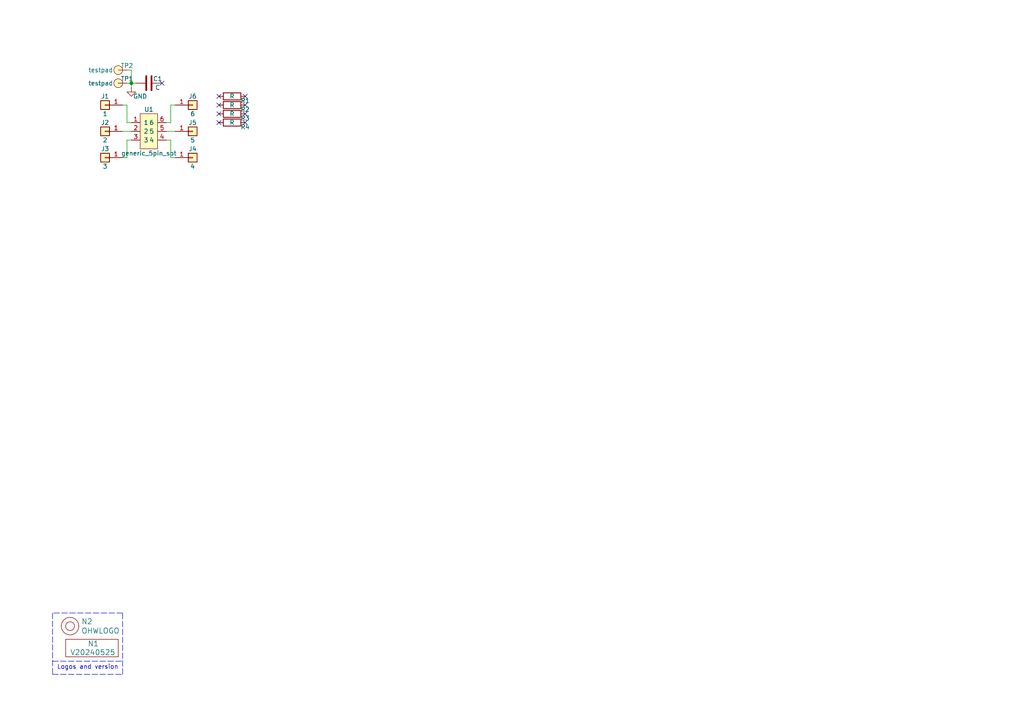
<source format=kicad_sch>
(kicad_sch (version 20230121) (generator eeschema)
  (paper "A4")
  (lib_symbols
    (symbol "Connector_Generic:Conn_01x01" (pin_names (offset 1.016) hide)
      (property "Reference" "J" (at 0 2.54 0))
      (property "Value" "Conn_01x01" (at 0 -2.54 0))
      (symbol "Conn_01x01_1_1"
        (rectangle (start -1.27 0.127) (end 0 -0.127) (stroke (width 0.1524)))
        (rectangle (start -1.27 1.27) (end 1.27 -1.27) (stroke (width 0.254)) (fill (type background)))
        (pin passive line (at -5.08 0 0) (length 3.81) (name "Pin_1") (number "1"))
      )
    )
    (symbol "Device:C" (pin_numbers hide) (pin_names (offset 0.254))
      (property "Reference" "C" (at 0.635 2.54 0))
      (property "Value" "C" (at 0.635 -2.54 0))
      (symbol "C_0_1"
        (polyline (pts (xy -2.032 -0.762) (xy 2.032 -0.762)) (stroke (width 0.508)))
        (polyline (pts (xy -2.032 0.762) (xy 2.032 0.762)) (stroke (width 0.508)))
      )
      (symbol "C_1_1"
        (pin passive line (at 0 3.81 270) (length 2.794) (name "~") (number "1"))
        (pin passive line (at 0 -3.81 90) (length 2.794) (name "~") (number "2"))
      )
    )
    (symbol "Device:R" (pin_numbers hide) (pin_names (offset 0))
      (property "Reference" "R" (at 2.032 0 90))
      (property "Value" "R" (at 0 0 90))
      (symbol "R_0_1"
        (rectangle (start -1.016 -2.54) (end 1.016 2.54) (stroke (width 0.254)))
      )
      (symbol "R_1_1"
        (pin passive line (at 0 3.81 270) (length 1.27) (name "~") (number "1"))
        (pin passive line (at 0 -3.81 90) (length 1.27) (name "~") (number "2"))
      )
    )
    (symbol "SquantorLabels:OHWLOGO" (pin_names (offset 1.016))
      (property "Reference" "N" (at 0 3.81 0))
      (property "Value" "OHWLOGO" (at 0 -3.81 0))
      (symbol "OHWLOGO_0_1"
        (circle (center 0 0) (radius 1.27))
        (circle (center 0 0) (radius 2.54))
      )
    )
    (symbol "SquantorLabels:VYYYYMMDD" (pin_names (offset 1.016))
      (property "Reference" "N" (at 0 2.54 0))
      (property "Value" "VYYYYMMDD" (at 0 0 0))
      (symbol "VYYYYMMDD_0_1"
        (rectangle (start 7.62 -1.27) (end -7.62 3.81))
      )
    )
    (symbol "SquantorProto:testpad" (pin_numbers hide) (pin_names (offset 1.016) hide)
      (property "Reference" "TP" (at 0 2.54 0))
      (property "Value" "testpad" (at 0 -2.54 0))
      (symbol "testpad_0_1"
        (circle (center 0 0) (radius 1.27) (fill (type background)))
      )
      (symbol "testpad_1_1"
        (pin passive line (at -2.54 0 0) (length 2.54) (name "1") (number "1"))
      )
    )
    (symbol "SquantorSpecial:generic_6pin_sot" (pin_names (offset 1.016))
      (property "Reference" "U" (at 0 6.35 0))
      (property "Value" "generic_5pin_sot" (at 0 -6.35 0))
      (symbol "generic_6pin_sot_0_1"
        (rectangle (start -2.54 5.08) (end 2.54 -5.08) (fill (type background)))
      )
      (symbol "generic_6pin_sot_1_1"
        (pin passive line (at -5.08 2.54 0) (length 2.54) (name "1") (number "1"))
        (pin passive line (at -5.08 0 0) (length 2.54) (name "2") (number "2"))
        (pin passive line (at -5.08 -2.54 0) (length 2.54) (name "3") (number "3"))
        (pin passive line (at 5.08 -2.54 180) (length 2.54) (name "4") (number "4"))
        (pin passive line (at 5.08 0 180) (length 2.54) (name "5") (number "5"))
        (pin passive line (at 5.08 2.54 180) (length 2.54) (name "6") (number "6"))
      )
    )
    (symbol "power:GND" (power) (pin_names (offset 0))
      (property "Value" "GND" (at 0 -3.81 0))
      (symbol "GND_0_1"
        (polyline (pts (xy 0 0) (xy 0 -1.27) (xy 1.27 -1.27) (xy 0 -2.54) (xy -1.27 -1.27) (xy 0 -1.27)))
      )
      (symbol "GND_1_1"
        (pin power_in line (at 0 0 270) (length 0) hide (name "GND") (number "1"))
      )
    )
  )
  (junction (at 38.1 24.13))
  (no_connect (at 71.12 27.94))
  (no_connect (at 71.12 35.56))
  (no_connect (at 63.5 27.94))
  (no_connect (at 63.5 33.02))
  (no_connect (at 46.99 24.13))
  (no_connect (at 63.5 30.48))
  (no_connect (at 63.5 35.56))
  (no_connect (at 71.12 30.48))
  (no_connect (at 71.12 33.02))
  (wire (pts (xy 36.83 20.32) (xy 38.1 20.32)))
  (wire (pts (xy 38.1 24.13) (xy 38.1 25.4)))
  (polyline (pts (xy 15.24 191.77) (xy 35.56 191.77)) (stroke (width 0) (type dash)))
  (wire (pts (xy 36.83 35.56) (xy 38.1 35.56)))
  (polyline (pts (xy 35.56 177.8) (xy 15.24 177.8)) (stroke (width 0) (type dash)))
  (wire (pts (xy 35.56 45.72) (xy 36.83 45.72)))
  (wire (pts (xy 35.56 30.48) (xy 36.83 30.48)))
  (polyline (pts (xy 15.24 177.8) (xy 15.24 195.58)) (stroke (width 0) (type dash)))
  (wire (pts (xy 36.83 24.13) (xy 38.1 24.13)))
  (wire (pts (xy 49.53 45.72) (xy 50.8 45.72)))
  (wire (pts (xy 36.83 30.48) (xy 36.83 35.56)))
  (wire (pts (xy 48.26 40.64) (xy 49.53 40.64)))
  (wire (pts (xy 49.53 40.64) (xy 49.53 45.72)))
  (wire (pts (xy 49.53 35.56) (xy 49.53 30.48)))
  (wire (pts (xy 36.83 40.64) (xy 36.83 45.72)))
  (wire (pts (xy 38.1 20.32) (xy 38.1 24.13)))
  (wire (pts (xy 48.26 38.1) (xy 50.8 38.1)))
  (wire (pts (xy 35.56 38.1) (xy 38.1 38.1)))
  (polyline (pts (xy 35.56 195.58) (xy 35.56 177.8)) (stroke (width 0) (type dash)))
  (polyline (pts (xy 15.24 195.58) (xy 35.56 195.58)) (stroke (width 0) (type dash)))
  (wire (pts (xy 38.1 24.13) (xy 39.37 24.13)))
  (wire (pts (xy 49.53 30.48) (xy 50.8 30.48)))
  (wire (pts (xy 38.1 40.64) (xy 36.83 40.64)))
  (wire (pts (xy 48.26 35.56) (xy 49.53 35.56)))
  (text "Logos and version" (at 16.51 194.31 0) (effects (font (size 1.27 1.27)) (justify left bottom)))
  (symbol (lib_id "SquantorLabels:VYYYYMMDD") (at 26.67 189.23 0) (unit 1)
    (property "Reference" "N1" (at 25.4 186.69 0) (effects (font (size 1.524 1.524)) (justify left)))
    (property "Value" "V20240525" (at 20.32 189.23 0) (effects (font (size 1.524 1.524)) (justify left)))
    (property "Footprint" "SquantorLabels:Label_Generic" (effects hide))
  )
  (symbol (lib_id "SquantorLabels:OHWLOGO") (at 20.32 181.61 0) (unit 1)
    (property "Reference" "N2" (at 23.5712 180.2638 0) (effects (font (size 1.524 1.524)) (justify left)))
    (property "Value" "OHWLOGO" (at 23.5712 182.9562 0) (effects (font (size 1.524 1.524)) (justify left)))
    (property "Footprint" "Symbol:OSHW-Symbol_6.7x6mm_SilkScreen" (effects hide))
  )
  (symbol (lib_id "Connector_Generic:Conn_01x01") (at 30.48 38.1 180) (unit 1)
    (property "Reference" "J2" (at 30.48 35.56 0))
    (property "Value" "2" (at 30.48 40.64 0))
    (property "Footprint" "mill-max:PC_pin_nail_head_6092" (effects hide))
  )
  (symbol (lib_id "Connector_Generic:Conn_01x01") (at 30.48 30.48 180) (unit 1)
    (property "Reference" "J1" (at 30.48 27.94 0))
    (property "Value" "1" (at 30.48 33.02 0))
    (property "Footprint" "mill-max:PC_pin_nail_head_6092" (effects hide))
  )
  (symbol (lib_id "Connector_Generic:Conn_01x01") (at 30.48 45.72 0) (mirror y) (unit 1)
    (property "Reference" "J3" (at 30.48 43.18 0))
    (property "Value" "3" (at 30.48 48.26 0))
    (property "Footprint" "mill-max:PC_pin_nail_head_6092" (effects hide))
  )
  (symbol (lib_id "Connector_Generic:Conn_01x01") (at 55.88 45.72 0) (mirror x) (unit 1)
    (property "Reference" "J4" (at 55.88 43.18 0))
    (property "Value" "4" (at 55.88 48.26 0))
    (property "Footprint" "mill-max:PC_pin_nail_head_6092" (effects hide))
  )
  (symbol (lib_id "Connector_Generic:Conn_01x01") (at 55.88 38.1 0) (unit 1)
    (property "Reference" "J5" (at 55.88 35.56 0))
    (property "Value" "5" (at 55.88 40.64 0))
    (property "Footprint" "mill-max:PC_pin_nail_head_6092" (effects hide))
  )
  (symbol (lib_id "Connector_Generic:Conn_01x01") (at 55.88 30.48 0) (mirror x) (unit 1)
    (property "Reference" "J6" (at 55.88 27.94 0))
    (property "Value" "6" (at 55.88 33.02 0))
    (property "Footprint" "mill-max:PC_pin_nail_head_6092" (effects hide))
  )
  (symbol (lib_id "SquantorProto:testpad") (at 34.29 20.32 180) (unit 1)
    (property "Reference" "TP2" (at 36.83 19.05 0))
    (property "Value" "testpad" (at 29.21 20.32 0))
    (property "Footprint" "SquantorTestPoints:TestPoint_hole_H05R10_2side" (effects hide))
  )
  (symbol (lib_id "Device:R") (at 67.31 33.02 90) (unit 1)
    (property "Reference" "R3" (at 71.12 34.29 90))
    (property "Value" "R" (at 67.31 33.02 90))
    (property "Footprint" "SquantorResistor:R_0805+0603" (effects hide))
  )
  (symbol (lib_id "SquantorProto:testpad") (at 34.29 24.13 180) (unit 1)
    (property "Reference" "TP1" (at 36.83 22.86 0))
    (property "Value" "testpad" (at 29.21 24.13 0))
    (property "Footprint" "SquantorTestPoints:TestPoint_hole_H05R10_2side" (effects hide))
  )
  (symbol (lib_id "Device:R") (at 67.31 27.94 90) (unit 1)
    (property "Reference" "R1" (at 71.12 29.21 90))
    (property "Value" "R" (at 67.31 27.94 90))
    (property "Footprint" "SquantorResistor:R_0805+0603" (effects hide))
  )
  (symbol (lib_id "Device:C") (at 43.18 24.13 90) (unit 1)
    (property "Reference" "C1" (at 45.72 22.86 90))
    (property "Value" "C" (at 45.72 25.4 90))
    (property "Footprint" "SquantorCapacitor:C_0402+0603+0805+TH" (effects hide))
  )
  (symbol (lib_id "Device:R") (at 67.31 35.56 90) (unit 1)
    (property "Reference" "R4" (at 71.12 36.83 90))
    (property "Value" "R" (at 67.31 35.56 90))
    (property "Footprint" "SquantorResistor:R_0805+0603" (effects hide))
  )
  (symbol (lib_id "power:GND") (at 38.1 25.4 0) (unit 1)
    (property "Reference" "#PWR01" (effects hide))
    (property "Value" "GND" (at 40.64 27.94 0))
  )
  (symbol (lib_id "Device:R") (at 67.31 30.48 90) (unit 1)
    (property "Reference" "R2" (at 71.12 31.75 90))
    (property "Value" "R" (at 67.31 30.48 90))
    (property "Footprint" "SquantorResistor:R_0805+0603" (effects hide))
  )
  (symbol (lib_id "SquantorSpecial:generic_6pin_sot") (at 43.18 38.1 0) (unit 1)
    (property "Reference" "U1" (at 43.18 31.75 0))
    (property "Value" "generic_5pin_sot" (at 43.18 44.45 0))
    (property "Footprint" "SquantorIC:SOT457_SC-74_SOT23-6_nexperia_hand" (effects hide))
  )
)
</source>
